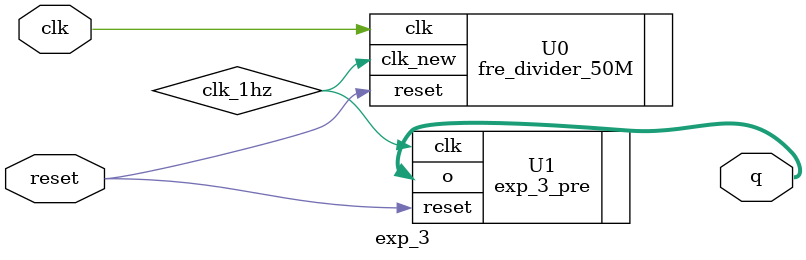
<source format=v>
`timescale 1ns / 1ps


module exp_3(
    output [3:0] q,
    input clk,
    input reset
    );

wire clk_1hz;
    
fre_divider_50M U0(.clk(clk), .reset(reset), .clk_new(clk_1hz));
exp_3_pre U1(.clk(clk_1hz), .reset(reset), .o(q));

endmodule

</source>
